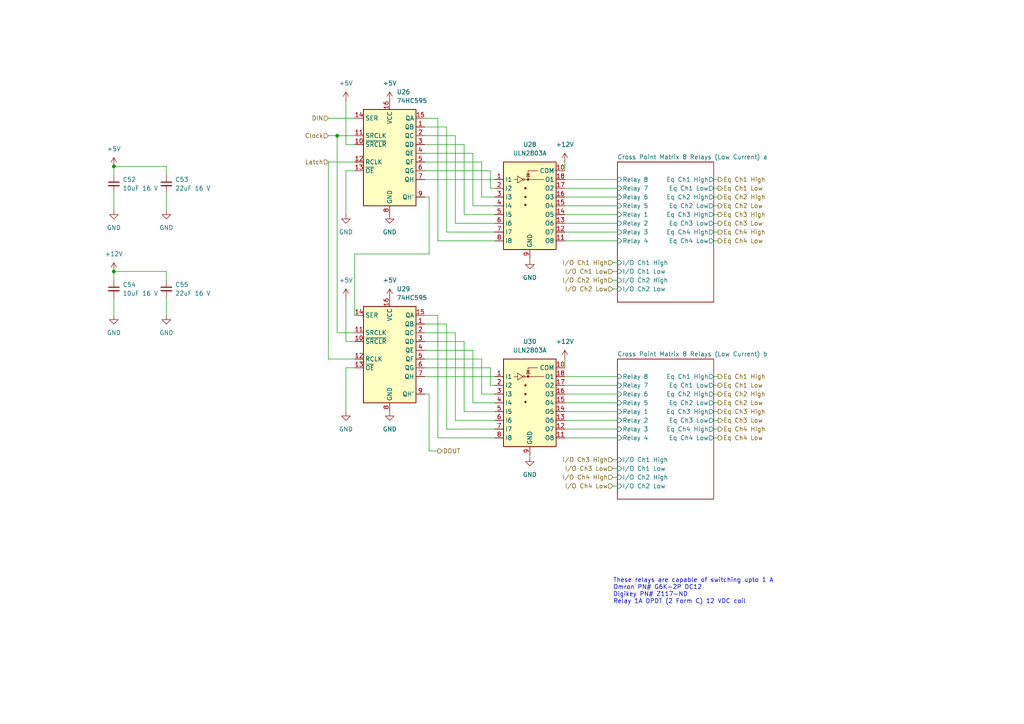
<source format=kicad_sch>
(kicad_sch (version 20211123) (generator eeschema)
  (paper "A4")
  (title_block (title "CIB PCB") (date "2022-05-27") (company "ChargePoint, Inc"))
  (lib_symbols
    (symbol "74xx:74HC595"
      (property "Reference" "U" (at -7.62 13.97 0))
      (property "Value" "74HC595" (at -7.62 -16.51 0))
      (symbol "74HC595_1_0"
        (pin tri_state line (at 10.16 7.62 180) (length 2.54) (name "QB") (number "1"))
        (pin input line (at -10.16 2.54 0) (length 2.54) (name "~{SRCLR}") (number "10"))
        (pin input line (at -10.16 5.08 0) (length 2.54) (name "SRCLK") (number "11"))
        (pin input line (at -10.16 -2.54 0) (length 2.54) (name "RCLK") (number "12"))
        (pin input line (at -10.16 -5.08 0) (length 2.54) (name "~{OE}") (number "13"))
        (pin input line (at -10.16 10.16 0) (length 2.54) (name "SER") (number "14"))
        (pin tri_state line (at 10.16 10.16 180) (length 2.54) (name "QA") (number "15"))
        (pin power_in line (at 0 15.24 270) (length 2.54) (name "VCC") (number "16"))
        (pin tri_state line (at 10.16 5.08 180) (length 2.54) (name "QC") (number "2"))
        (pin tri_state line (at 10.16 2.54 180) (length 2.54) (name "QD") (number "3"))
        (pin tri_state line (at 10.16 0 180) (length 2.54) (name "QE") (number "4"))
        (pin tri_state line (at 10.16 -2.54 180) (length 2.54) (name "QF") (number "5"))
        (pin tri_state line (at 10.16 -5.08 180) (length 2.54) (name "QG") (number "6"))
        (pin tri_state line (at 10.16 -7.62 180) (length 2.54) (name "QH") (number "7"))
        (pin power_in line (at 0 -17.78 90) (length 2.54) (name "GND") (number "8"))
        (pin output line (at 10.16 -12.7 180) (length 2.54) (name "QH'") (number "9"))
      )
      (symbol "74HC595_1_1"
        (rectangle (start -7.62 12.7) (end 7.62 -15.24) (stroke (width 0.254)) (fill (type background)))
      )
    )
    (symbol "Device:C_Small" (pin_numbers hide) (pin_names (offset 0.254) hide)
      (property "Reference" "C" (at 0.254 1.778 0))
      (property "Value" "C_Small" (at 0.254 -2.032 0))
      (symbol "C_Small_0_1"
        (polyline (pts (xy -1.524 -0.508) (xy 1.524 -0.508)) (stroke (width 0.3302)))
        (polyline (pts (xy -1.524 0.508) (xy 1.524 0.508)) (stroke (width 0.3048)))
      )
      (symbol "C_Small_1_1"
        (pin passive line (at 0 2.54 270) (length 2.032) (name "~") (number "1"))
        (pin passive line (at 0 -2.54 90) (length 2.032) (name "~") (number "2"))
      )
    )
    (symbol "Transistor_Array:ULN2803A"
      (property "Reference" "U" (at 0 13.335 0))
      (property "Value" "ULN2803A" (at 0 11.43 0))
      (symbol "ULN2803A_0_1"
        (rectangle (start -7.62 -15.24) (end 7.62 10.16) (stroke (width 0.254)) (fill (type background)))
        (circle (center -1.778 5.08) (radius 0.254))
        (circle (center -1.27 -2.286) (radius 0.254) (fill (type outline)))
        (circle (center -1.27 0) (radius 0.254) (fill (type outline)))
        (circle (center -1.27 2.54) (radius 0.254) (fill (type outline)))
        (circle (center -0.508 5.08) (radius 0.254) (fill (type outline)))
        (polyline (pts (xy -4.572 5.08) (xy -3.556 5.08)))
        (polyline (pts (xy -1.524 5.08) (xy 4.064 5.08)))
        (polyline (pts (xy 0 6.731) (xy -1.016 6.731)))
        (polyline (pts (xy -0.508 5.08) (xy -0.508 7.62) (xy 2.286 7.62)))
        (polyline (pts (xy -3.556 6.096) (xy -3.556 4.064) (xy -2.032 5.08) (xy -3.556 6.096)))
        (polyline (pts (xy 0 5.969) (xy -1.016 5.969) (xy -0.508 6.731) (xy 0 5.969)))
      )
      (symbol "ULN2803A_1_1"
        (pin input line (at -10.16 5.08 0) (length 2.54) (name "I1") (number "1"))
        (pin passive line (at 10.16 7.62 180) (length 2.54) (name "COM") (number "10"))
        (pin open_collector line (at 10.16 -12.7 180) (length 2.54) (name "O8") (number "11"))
        (pin open_collector line (at 10.16 -10.16 180) (length 2.54) (name "O7") (number "12"))
        (pin open_collector line (at 10.16 -7.62 180) (length 2.54) (name "O6") (number "13"))
        (pin open_collector line (at 10.16 -5.08 180) (length 2.54) (name "O5") (number "14"))
        (pin open_collector line (at 10.16 -2.54 180) (length 2.54) (name "O4") (number "15"))
        (pin open_collector line (at 10.16 0 180) (length 2.54) (name "O3") (number "16"))
        (pin open_collector line (at 10.16 2.54 180) (length 2.54) (name "O2") (number "17"))
        (pin open_collector line (at 10.16 5.08 180) (length 2.54) (name "O1") (number "18"))
        (pin input line (at -10.16 2.54 0) (length 2.54) (name "I2") (number "2"))
        (pin input line (at -10.16 0 0) (length 2.54) (name "I3") (number "3"))
        (pin input line (at -10.16 -2.54 0) (length 2.54) (name "I4") (number "4"))
        (pin input line (at -10.16 -5.08 0) (length 2.54) (name "I5") (number "5"))
        (pin input line (at -10.16 -7.62 0) (length 2.54) (name "I6") (number "6"))
        (pin input line (at -10.16 -10.16 0) (length 2.54) (name "I7") (number "7"))
        (pin input line (at -10.16 -12.7 0) (length 2.54) (name "I8") (number "8"))
        (pin power_in line (at 0 -17.78 90) (length 2.54) (name "GND") (number "9"))
      )
    )
    (symbol "power:+12V" (power) (pin_names (offset 0))
      (property "Value" "+12V" (at 0 3.556 0))
      (symbol "+12V_0_1"
        (polyline (pts (xy -0.762 1.27) (xy 0 2.54)))
        (polyline (pts (xy 0 0) (xy 0 2.54)))
        (polyline (pts (xy 0 2.54) (xy 0.762 1.27)))
      )
      (symbol "+12V_1_1"
        (pin power_in line (at 0 0 90) (length 0) hide (name "+12V") (number "1"))
      )
    )
    (symbol "power:+5V" (power) (pin_names (offset 0))
      (property "Value" "+5V" (at 0 3.556 0))
      (symbol "+5V_0_1"
        (polyline (pts (xy -0.762 1.27) (xy 0 2.54)))
        (polyline (pts (xy 0 0) (xy 0 2.54)))
        (polyline (pts (xy 0 2.54) (xy 0.762 1.27)))
      )
      (symbol "+5V_1_1"
        (pin power_in line (at 0 0 90) (length 0) hide (name "+5V") (number "1"))
      )
    )
    (symbol "power:GND" (power) (pin_names (offset 0))
      (property "Value" "GND" (at 0 -3.81 0))
      (symbol "GND_0_1"
        (polyline (pts (xy 0 0) (xy 0 -1.27) (xy 1.27 -1.27) (xy 0 -2.54) (xy -1.27 -1.27) (xy 0 -1.27)))
      )
      (symbol "GND_1_1"
        (pin power_in line (at 0 0 270) (length 0) hide (name "GND") (number "1"))
      )
    )
  )
  (junction (at 33.02 48.26))
  (junction (at 97.79 39.37))
  (junction (at 33.02 78.74))
  (wire (pts (xy 163.83 62.23) (xy 179.07 62.23)))
  (wire (pts (xy 163.83 64.77) (xy 179.07 64.77)))
  (wire (pts (xy 137.16 59.69) (xy 143.51 59.69)))
  (wire (pts (xy 48.26 55.88) (xy 48.26 60.96)))
  (wire (pts (xy 207.01 54.61) (xy 208.28 54.61)))
  (wire (pts (xy 139.7 114.3) (xy 143.51 114.3)))
  (wire (pts (xy 163.83 52.07) (xy 179.07 52.07)))
  (wire (pts (xy 177.8 135.89) (xy 179.07 135.89)))
  (wire (pts (xy 48.26 86.36) (xy 48.26 91.44)))
  (wire (pts (xy 142.24 106.68) (xy 142.24 111.76)))
  (wire (pts (xy 102.87 91.44) (xy 102.87 73.66)))
  (wire (pts (xy 163.83 54.61) (xy 179.07 54.61)))
  (wire (pts (xy 143.51 121.92) (xy 132.08 121.92)))
  (wire (pts (xy 163.83 114.3) (xy 179.07 114.3)))
  (wire (pts (xy 124.46 57.15) (xy 124.46 73.66)))
  (wire (pts (xy 163.83 116.84) (xy 179.07 116.84)))
  (wire (pts (xy 163.83 119.38) (xy 179.07 119.38)))
  (wire (pts (xy 123.19 46.99) (xy 139.7 46.99)))
  (wire (pts (xy 129.54 36.83) (xy 129.54 67.31)))
  (wire (pts (xy 123.19 49.53) (xy 142.24 49.53)))
  (wire (pts (xy 177.8 78.74) (xy 179.07 78.74)))
  (wire (pts (xy 33.02 55.88) (xy 33.02 60.96)))
  (wire (pts (xy 177.8 138.43) (xy 179.07 138.43)))
  (wire (pts (xy 33.02 86.36) (xy 33.02 91.44)))
  (wire (pts (xy 163.83 59.69) (xy 179.07 59.69)))
  (wire (pts (xy 143.51 69.85) (xy 127 69.85)))
  (wire (pts (xy 123.19 114.3) (xy 124.46 114.3)))
  (wire (pts (xy 134.62 41.91) (xy 134.62 62.23)))
  (wire (pts (xy 123.19 36.83) (xy 129.54 36.83)))
  (wire (pts (xy 142.24 49.53) (xy 142.24 54.61)))
  (wire (pts (xy 163.83 46.99) (xy 163.83 49.53)))
  (wire (pts (xy 177.8 140.97) (xy 179.07 140.97)))
  (wire (pts (xy 207.01 59.69) (xy 208.28 59.69)))
  (wire (pts (xy 123.19 91.44) (xy 127 91.44)))
  (wire (pts (xy 153.67 132.08) (xy 153.67 132.588)))
  (wire (pts (xy 163.83 127) (xy 179.07 127)))
  (wire (pts (xy 134.62 99.06) (xy 134.62 119.38)))
  (wire (pts (xy 207.01 119.38) (xy 208.28 119.38)))
  (wire (pts (xy 132.08 121.92) (xy 132.08 96.52)))
  (wire (pts (xy 132.08 64.77) (xy 132.08 39.37)))
  (wire (pts (xy 142.24 111.76) (xy 143.51 111.76)))
  (wire (pts (xy 123.19 101.6) (xy 137.16 101.6)))
  (wire (pts (xy 129.54 93.98) (xy 129.54 124.46)))
  (wire (pts (xy 139.7 57.15) (xy 143.51 57.15)))
  (wire (pts (xy 123.19 41.91) (xy 134.62 41.91)))
  (wire (pts (xy 97.79 39.37) (xy 95.25 39.37)))
  (wire (pts (xy 137.16 116.84) (xy 143.51 116.84)))
  (wire (pts (xy 123.19 34.29) (xy 127 34.29)))
  (wire (pts (xy 95.25 46.99) (xy 102.87 46.99)))
  (wire (pts (xy 33.02 48.26) (xy 48.26 48.26)))
  (wire (pts (xy 163.83 104.14) (xy 163.83 106.68)))
  (wire (pts (xy 102.87 73.66) (xy 124.46 73.66)))
  (wire (pts (xy 207.01 69.85) (xy 208.28 69.85)))
  (wire (pts (xy 177.8 81.28) (xy 179.07 81.28)))
  (wire (pts (xy 207.01 114.3) (xy 208.28 114.3)))
  (wire (pts (xy 95.25 104.14) (xy 95.25 46.99)))
  (wire (pts (xy 123.19 109.22) (xy 143.51 109.22)))
  (wire (pts (xy 97.79 96.52) (xy 102.87 96.52)))
  (wire (pts (xy 142.24 54.61) (xy 143.51 54.61)))
  (wire (pts (xy 102.87 41.91) (xy 100.33 41.91)))
  (wire (pts (xy 123.19 93.98) (xy 129.54 93.98)))
  (wire (pts (xy 33.02 81.28) (xy 33.02 78.74)))
  (wire (pts (xy 177.8 133.35) (xy 179.07 133.35)))
  (wire (pts (xy 123.19 106.68) (xy 142.24 106.68)))
  (wire (pts (xy 143.51 127) (xy 127 127)))
  (wire (pts (xy 123.19 52.07) (xy 143.51 52.07)))
  (wire (pts (xy 207.01 64.77) (xy 208.28 64.77)))
  (wire (pts (xy 102.87 106.68) (xy 100.33 106.68)))
  (wire (pts (xy 102.87 49.53) (xy 100.33 49.53)))
  (wire (pts (xy 177.8 83.82) (xy 179.07 83.82)))
  (wire (pts (xy 207.01 109.22) (xy 208.28 109.22)))
  (wire (pts (xy 207.01 67.31) (xy 208.28 67.31)))
  (wire (pts (xy 123.19 99.06) (xy 134.62 99.06)))
  (wire (pts (xy 143.51 64.77) (xy 132.08 64.77)))
  (wire (pts (xy 127 127) (xy 127 91.44)))
  (wire (pts (xy 95.25 34.29) (xy 102.87 34.29)))
  (wire (pts (xy 129.54 67.31) (xy 143.51 67.31)))
  (wire (pts (xy 134.62 119.38) (xy 143.51 119.38)))
  (wire (pts (xy 97.79 39.37) (xy 97.79 96.52)))
  (wire (pts (xy 207.01 111.76) (xy 208.28 111.76)))
  (wire (pts (xy 132.08 96.52) (xy 123.19 96.52)))
  (wire (pts (xy 207.01 52.07) (xy 208.28 52.07)))
  (wire (pts (xy 177.8 76.2) (xy 179.07 76.2)))
  (wire (pts (xy 100.33 106.68) (xy 100.33 119.38)))
  (wire (pts (xy 48.26 50.8) (xy 48.26 48.26)))
  (wire (pts (xy 123.19 57.15) (xy 124.46 57.15)))
  (wire (pts (xy 48.26 81.28) (xy 48.26 78.74)))
  (wire (pts (xy 123.19 44.45) (xy 137.16 44.45)))
  (wire (pts (xy 33.02 78.74) (xy 48.26 78.74)))
  (wire (pts (xy 137.16 101.6) (xy 137.16 116.84)))
  (wire (pts (xy 163.83 67.31) (xy 179.07 67.31)))
  (wire (pts (xy 33.02 50.8) (xy 33.02 48.26)))
  (wire (pts (xy 134.62 62.23) (xy 143.51 62.23)))
  (wire (pts (xy 207.01 116.84) (xy 208.28 116.84)))
  (wire (pts (xy 100.33 99.06) (xy 100.33 86.36)))
  (wire (pts (xy 207.01 62.23) (xy 208.28 62.23)))
  (wire (pts (xy 129.54 124.46) (xy 143.51 124.46)))
  (wire (pts (xy 163.83 124.46) (xy 179.07 124.46)))
  (wire (pts (xy 153.67 74.93) (xy 153.67 75.438)))
  (wire (pts (xy 139.7 46.99) (xy 139.7 57.15)))
  (wire (pts (xy 124.46 130.81) (xy 127 130.81)))
  (wire (pts (xy 163.83 109.22) (xy 179.07 109.22)))
  (wire (pts (xy 123.19 104.14) (xy 139.7 104.14)))
  (wire (pts (xy 163.83 57.15) (xy 179.07 57.15)))
  (wire (pts (xy 124.46 114.3) (xy 124.46 130.81)))
  (wire (pts (xy 127 69.85) (xy 127 34.29)))
  (wire (pts (xy 163.83 121.92) (xy 179.07 121.92)))
  (wire (pts (xy 100.33 49.53) (xy 100.33 62.23)))
  (wire (pts (xy 102.87 39.37) (xy 97.79 39.37)))
  (wire (pts (xy 163.83 111.76) (xy 179.07 111.76)))
  (wire (pts (xy 207.01 124.46) (xy 208.28 124.46)))
  (wire (pts (xy 163.83 69.85) (xy 179.07 69.85)))
  (wire (pts (xy 207.01 57.15) (xy 208.28 57.15)))
  (wire (pts (xy 207.01 127) (xy 208.28 127)))
  (wire (pts (xy 100.33 41.91) (xy 100.33 29.21)))
  (wire (pts (xy 102.87 104.14) (xy 95.25 104.14)))
  (wire (pts (xy 132.08 39.37) (xy 123.19 39.37)))
  (wire (pts (xy 102.87 99.06) (xy 100.33 99.06)))
  (wire (pts (xy 207.01 121.92) (xy 208.28 121.92)))
  (wire (pts (xy 137.16 44.45) (xy 137.16 59.69)))
  (wire (pts (xy 139.7 104.14) (xy 139.7 114.3)))
  (text "These relays are capable of switching upto 1 A\nOmron PN# G6K-2P DC12\nDigikey PN# Z117-ND\nRelay 1A DPDT (2 Form C) 12 VDC coil" (at 177.8 175.26 0) (effects (font (size 1.27 1.27)) (justify left bottom)))
  (hierarchical_label "Eq Ch3 High" (shape output) (at 208.28 62.23 0))
  (hierarchical_label "Eq Ch4 Low" (shape output) (at 208.28 127 0))
  (hierarchical_label "I{slash}O Ch2 High" (shape input) (at 177.8 81.28 180))
  (hierarchical_label "I{slash}O Ch2 Low" (shape input) (at 177.8 83.82 180))
  (hierarchical_label "I{slash}O Ch4 High" (shape input) (at 177.8 138.43 180))
  (hierarchical_label "Latch" (shape input) (at 95.25 46.99 180))
  (hierarchical_label "Eq Ch2 Low" (shape output) (at 208.28 116.84 0))
  (hierarchical_label "Eq Ch2 High" (shape output) (at 208.28 114.3 0))
  (hierarchical_label "Eq Ch1 Low" (shape output) (at 208.28 54.61 0))
  (hierarchical_label "Eq Ch4 High" (shape output) (at 208.28 124.46 0))
  (hierarchical_label "Eq Ch1 High" (shape output) (at 208.28 52.07 0))
  (hierarchical_label "Eq Ch3 Low" (shape output) (at 208.28 121.92 0))
  (hierarchical_label "Eq Ch1 High" (shape output) (at 208.28 109.22 0))
  (hierarchical_label "Eq Ch4 High" (shape output) (at 208.28 67.31 0))
  (hierarchical_label "I{slash}O Ch4 Low" (shape input) (at 177.8 140.97 180))
  (hierarchical_label "Eq Ch2 High" (shape output) (at 208.28 57.15 0))
  (hierarchical_label "I{slash}O Ch3 Low" (shape input) (at 177.8 135.89 180))
  (hierarchical_label "DOUT" (shape output) (at 127 130.81 0))
  (hierarchical_label "Clock" (shape input) (at 95.25 39.37 180))
  (hierarchical_label "DIN" (shape input) (at 95.25 34.29 180))
  (hierarchical_label "I{slash}O Ch1 Low" (shape input) (at 177.8 78.74 180))
  (hierarchical_label "Eq Ch3 High" (shape output) (at 208.28 119.38 0))
  (hierarchical_label "Eq Ch3 Low" (shape output) (at 208.28 64.77 0))
  (hierarchical_label "I{slash}O Ch1 High" (shape input) (at 177.8 76.2 180))
  (hierarchical_label "Eq Ch2 Low" (shape output) (at 208.28 59.69 0))
  (hierarchical_label "Eq Ch1 Low" (shape output) (at 208.28 111.76 0))
  (hierarchical_label "Eq Ch4 Low" (shape output) (at 208.28 69.85 0))
  (hierarchical_label "I{slash}O Ch3 High" (shape input) (at 177.8 133.35 180))
  (symbol (lib_id "Device:C_Small") (at 48.26 53.34 0) (unit 1)
    (property "Reference" "C53" (at 50.8 52.0762 0) (effects (justify left)))
    (property "Value" "22uF 16 V" (at 50.8 54.6162 0) (effects (justify left)))
    (property "Footprint" "Capacitor_SMD:C_1206_3216Metric_Pad1.33x1.80mm_HandSolder" (effects hide))
    (property "Datasheet" "https://media.digikey.com/pdf/Data%20Sheets/Samsung%20PDFs/CL31B106KOHNNNE_Spec.pdf" (effects hide))
    (property "Manufacturer #" "CL31A226KOHNNNE" (effects hide))
    (property "DigiKey #" "1276-3048-1-ND" (effects hide))
    (property "Manufacturer" "Samsung Electro-Mechanics" (effects hide))
    (property "Description" "22 µF ±20% 16V Ceramic Capacitor X5R 1206 (3216 Metric)" (effects hide))
    (property "DigiKey Price/Stock" "https://www.digikey.co.uk/en/products/detail/samsung-electro-mechanics/CL31A226KOHNNNE/3888706" (effects hide))
    (property "Height" "2" (effects hide))
  )
  (symbol (lib_id "power:GND") (at 153.67 132.588 0) (unit 1)
    (property "Reference" "#PWR0186" (effects hide))
    (property "Value" "~" (at 153.67 137.668 0))
  )
  (symbol (lib_id "power:+12V") (at 33.02 78.74 0) (unit 1)
    (property "Reference" "#PWR0234" (effects hide))
    (property "Value" "+12V" (at 33.02 73.66 0))
  )
  (symbol (lib_id "power:GND") (at 48.26 60.96 0) (unit 1)
    (property "Reference" "#PWR0233" (effects hide))
    (property "Value" "GND" (at 48.26 66.04 0))
  )
  (symbol (lib_id "Device:C_Small") (at 33.02 83.82 0) (unit 1)
    (property "Reference" "C54" (at 35.56 82.5562 0) (effects (justify left)))
    (property "Value" "10uF 16 V" (at 35.56 85.0962 0) (effects (justify left)))
    (property "Footprint" "Capacitor_SMD:C_1206_3216Metric_Pad1.33x1.80mm_HandSolder" (effects hide))
    (property "Datasheet" "https://media.digikey.com/pdf/Data%20Sheets/Samsung%20PDFs/CL31B106KOHNNNE_Spec.pdf" (effects hide))
    (property "Manufacturer #" "CL31A106KOHNNNE" (effects hide))
    (property "DigiKey #" "1276-1137-1-ND" (effects hide))
    (property "Manufacturer" "Samsung Electro-Mechanics" (effects hide))
    (property "Description" "10 µF ±10% 16V Ceramic Capacitor X5R 1206 (3216 Metric)" (effects hide))
    (property "DigiKey Price/Stock" "https://www.digikey.co.uk/en/products/detail/samsung-electro-mechanics/CL31A106KOHNNNE/3886795?s=N4IgTCBcDaIIxgOwDYC0c4GZHtQOQBEQBdAXyA" (effects hide))
    (property "Height" "2" (effects hide))
  )
  (symbol (lib_id "Device:C_Small") (at 33.02 53.34 0) (unit 1)
    (property "Reference" "C52" (at 35.56 52.0762 0) (effects (justify left)))
    (property "Value" "10uF 16 V" (at 35.56 54.6162 0) (effects (justify left)))
    (property "Footprint" "Capacitor_SMD:C_1206_3216Metric_Pad1.33x1.80mm_HandSolder" (effects hide))
    (property "Datasheet" "https://media.digikey.com/pdf/Data%20Sheets/Samsung%20PDFs/CL31B106KOHNNNE_Spec.pdf" (effects hide))
    (property "Manufacturer #" "CL31A106KOHNNNE" (effects hide))
    (property "DigiKey #" "1276-1137-1-ND" (effects hide))
    (property "Manufacturer" "Samsung Electro-Mechanics" (effects hide))
    (property "Description" "10 µF ±10% 16V Ceramic Capacitor X5R 1206 (3216 Metric)" (effects hide))
    (property "DigiKey Price/Stock" "https://www.digikey.co.uk/en/products/detail/samsung-electro-mechanics/CL31A106KOHNNNE/3886795?s=N4IgTCBcDaIIxgOwDYC0c4GZHtQOQBEQBdAXyA" (effects hide))
    (property "Height" "2" (effects hide))
  )
  (symbol (lib_id "Transistor_Array:ULN2803A") (at 153.67 114.3 0) (unit 1)
    (property "Reference" "U30" (at 153.67 99.06 0))
    (property "Value" "ULN2803A" (at 153.67 101.6 0))
    (property "Footprint" "Package_DIP:DIP-18_W7.62mm_LongPads" (effects hide))
    (property "Datasheet" "http://www.ti.com/lit/ds/symlink/uln2803a.pdf" (effects hide))
    (property "DigiKey #" "497-2356-5-ND" (effects hide))
    (property "Manufacturer #" "ULN2803A" (effects hide))
    (property "Manufacturer" "STMicroelectronics" (effects hide))
    (property "Mouser #" "511-ULN2803A" (effects hide))
    (property "Height" "5" (effects hide))
  )
  (symbol (lib_id "power:+5V") (at 113.03 29.21 0) (unit 1)
    (property "Reference" "#PWR0209" (effects hide))
    (property "Value" "+5V" (at 113.03 24.13 0))
  )
  (symbol (lib_id "power:GND") (at 100.33 62.23 0) (unit 1)
    (property "Reference" "#PWR0231" (effects hide))
    (property "Value" "~" (at 100.33 67.31 0))
  )
  (symbol (lib_id "power:+5V") (at 100.33 86.36 0) (unit 1)
    (property "Reference" "#PWR0228" (effects hide))
    (property "Value" "+5V" (at 100.33 81.28 0))
  )
  (symbol (lib_id "power:+12V") (at 163.83 46.99 0) (unit 1)
    (property "Reference" "#PWR0238" (effects hide))
    (property "Value" "+12V" (at 163.83 41.91 0))
  )
  (symbol (lib_id "power:GND") (at 33.02 91.44 0) (unit 1)
    (property "Reference" "#PWR0235" (effects hide))
    (property "Value" "GND" (at 33.02 96.52 0))
  )
  (symbol (lib_id "power:GND") (at 100.33 119.38 0) (unit 1)
    (property "Reference" "#PWR0189" (effects hide))
    (property "Value" "~" (at 100.33 124.46 0))
  )
  (symbol (lib_id "74xx:74HC595") (at 113.03 44.45 0) (unit 1)
    (property "Reference" "U26" (at 115.0494 26.67 0) (effects (justify left)))
    (property "Value" "74HC595" (at 115.0494 29.21 0) (effects (justify left)))
    (property "Footprint" "Package_DIP:DIP-16_W7.62mm_LongPads" (effects hide))
    (property "Datasheet" "http://www.ti.com/lit/ds/symlink/sn74hc595.pdf" (effects hide))
    (property "Height" "5" (effects hide))
  )
  (symbol (lib_id "power:GND") (at 153.67 75.438 0) (unit 1)
    (property "Reference" "#PWR0239" (effects hide))
    (property "Value" "~" (at 153.67 80.518 0))
  )
  (symbol (lib_id "power:+5V") (at 100.33 29.21 0) (unit 1)
    (property "Reference" "#PWR0218" (effects hide))
    (property "Value" "+5V" (at 100.33 24.13 0))
  )
  (symbol (lib_id "Device:C_Small") (at 48.26 83.82 0) (unit 1)
    (property "Reference" "C55" (at 50.8 82.5562 0) (effects (justify left)))
    (property "Value" "22uF 16 V" (at 50.8 85.0962 0) (effects (justify left)))
    (property "Footprint" "Capacitor_SMD:C_1206_3216Metric_Pad1.33x1.80mm_HandSolder" (effects hide))
    (property "Datasheet" "https://media.digikey.com/pdf/Data%20Sheets/Samsung%20PDFs/CL31B106KOHNNNE_Spec.pdf" (effects hide))
    (property "Manufacturer #" "CL31A226KOHNNNE" (effects hide))
    (property "DigiKey #" "1276-3048-1-ND" (effects hide))
    (property "Manufacturer" "Samsung Electro-Mechanics" (effects hide))
    (property "Description" "22 µF ±20% 16V Ceramic Capacitor X5R 1206 (3216 Metric)" (effects hide))
    (property "DigiKey Price/Stock" "https://www.digikey.co.uk/en/products/detail/samsung-electro-mechanics/CL31A226KOHNNNE/3888706" (effects hide))
    (property "Height" "2" (effects hide))
  )
  (symbol (lib_id "power:GND") (at 33.02 60.96 0) (unit 1)
    (property "Reference" "#PWR0232" (effects hide))
    (property "Value" "GND" (at 33.02 66.04 0))
  )
  (symbol (lib_id "power:+12V") (at 163.83 104.14 0) (unit 1)
    (property "Reference" "#PWR0187" (effects hide))
    (property "Value" "+12V" (at 163.83 99.06 0))
  )
  (symbol (lib_id "power:+5V") (at 33.02 48.26 0) (unit 1)
    (property "Reference" "#PWR0230" (effects hide))
    (property "Value" "+5V" (at 33.02 43.18 0))
  )
  (symbol (lib_id "74xx:74HC595") (at 113.03 101.6 0) (unit 1)
    (property "Reference" "U29" (at 115.0494 83.82 0) (effects (justify left)))
    (property "Value" "74HC595" (at 115.0494 86.36 0) (effects (justify left)))
    (property "Footprint" "Package_DIP:DIP-16_W7.62mm_LongPads" (effects hide))
    (property "Datasheet" "http://www.ti.com/lit/ds/symlink/sn74hc595.pdf" (effects hide))
    (property "Height" "5" (effects hide))
  )
  (symbol (lib_id "Transistor_Array:ULN2803A") (at 153.67 57.15 0) (unit 1)
    (property "Reference" "U28" (at 153.67 41.91 0))
    (property "Value" "ULN2803A" (at 153.67 44.45 0))
    (property "Footprint" "Package_DIP:DIP-18_W7.62mm_LongPads" (effects hide))
    (property "Datasheet" "http://www.ti.com/lit/ds/symlink/uln2803a.pdf" (effects hide))
    (property "DigiKey #" "497-2356-5-ND" (effects hide))
    (property "Manufacturer #" "ULN2803A" (effects hide))
    (property "Manufacturer" "STMicroelectronics" (effects hide))
    (property "Mouser #" "511-ULN2803A" (effects hide))
    (property "Height" "5" (effects hide))
  )
  (symbol (lib_id "power:GND") (at 113.03 119.38 0) (unit 1)
    (property "Reference" "#PWR0198" (effects hide))
    (property "Value" "~" (at 113.03 124.46 0))
  )
  (symbol (lib_id "power:GND") (at 48.26 91.44 0) (unit 1)
    (property "Reference" "#PWR0236" (effects hide))
    (property "Value" "GND" (at 48.26 96.52 0))
  )
  (symbol (lib_id "power:GND") (at 113.03 62.23 0) (unit 1)
    (property "Reference" "#PWR0237" (effects hide))
    (property "Value" "~" (at 113.03 67.31 0))
  )
  (symbol (lib_id "power:+5V") (at 113.03 86.36 0) (unit 1)
    (property "Reference" "#PWR0229" (effects hide))
    (property "Value" "+5V" (at 113.03 81.28 0))
  )
  (sheet (at 179.07 46.99) (size 27.94 40.64) (stroke (width 0.1524))
    (property "Sheet name" "Cross Point Matrix 8 Relays (Low Current) a" (at 179.07 46.2784 0) (effects (justify left bottom)))
    (property "Sheet file" "Cross Point Matrix 8 Relays (Low Current).kicad_sch" (effects hide))
    (pin "Relay 5" input (at 179.07 59.69 180))
    (pin "I{slash}O Ch2 High" input (at 179.07 81.28 180))
    (pin "I{slash}O Ch2 Low" input (at 179.07 83.82 180))
    (pin "I{slash}O Ch1 High" input (at 179.07 76.2 180))
    (pin "I{slash}O Ch1 Low" input (at 179.07 78.74 180))
    (pin "Relay 1" input (at 179.07 62.23 180))
    (pin "Relay 2" input (at 179.07 64.77 180))
    (pin "Relay 6" input (at 179.07 57.15 180))
    (pin "Relay 3" input (at 179.07 67.31 180))
    (pin "Relay 4" input (at 179.07 69.85 180))
    (pin "Relay 8" input (at 179.07 52.07 180))
    (pin "Relay 7" input (at 179.07 54.61 180))
    (pin "Eq Ch1 High" output (at 207.01 52.07 0))
    (pin "Eq Ch1 Low" output (at 207.01 54.61 0))
    (pin "Eq Ch2 Low" output (at 207.01 59.69 0))
    (pin "Eq Ch2 High" output (at 207.01 57.15 0))
    (pin "Eq Ch4 Low" output (at 207.01 69.85 0))
    (pin "Eq Ch4 High" output (at 207.01 67.31 0))
    (pin "Eq Ch3 High" output (at 207.01 62.23 0))
    (pin "Eq Ch3 Low" output (at 207.01 64.77 0))
  )
  (sheet (at 179.07 104.14) (size 27.94 40.64) (stroke (width 0.1524))
    (property "Sheet name" "Cross Point Matrix 8 Relays (Low Current) b" (at 179.07 103.4284 0) (effects (justify left bottom)))
    (property "Sheet file" "Cross Point Matrix 8 Relays (Low Current).kicad_sch" (effects hide))
    (pin "Relay 5" input (at 179.07 116.84 180))
    (pin "I{slash}O Ch2 High" input (at 179.07 138.43 180))
    (pin "I{slash}O Ch2 Low" input (at 179.07 140.97 180))
    (pin "I{slash}O Ch1 High" input (at 179.07 133.35 180))
    (pin "I{slash}O Ch1 Low" input (at 179.07 135.89 180))
    (pin "Relay 1" input (at 179.07 119.38 180))
    (pin "Relay 2" input (at 179.07 121.92 180))
    (pin "Relay 6" input (at 179.07 114.3 180))
    (pin "Relay 3" input (at 179.07 124.46 180))
    (pin "Relay 4" input (at 179.07 127 180))
    (pin "Relay 8" input (at 179.07 109.22 180))
    (pin "Relay 7" input (at 179.07 111.76 180))
    (pin "Eq Ch1 High" output (at 207.01 109.22 0))
    (pin "Eq Ch1 Low" output (at 207.01 111.76 0))
    (pin "Eq Ch2 Low" output (at 207.01 116.84 0))
    (pin "Eq Ch2 High" output (at 207.01 114.3 0))
    (pin "Eq Ch4 Low" output (at 207.01 127 0))
    (pin "Eq Ch4 High" output (at 207.01 124.46 0))
    (pin "Eq Ch3 High" output (at 207.01 119.38 0))
    (pin "Eq Ch3 Low" output (at 207.01 121.92 0))
  )
)
</source>
